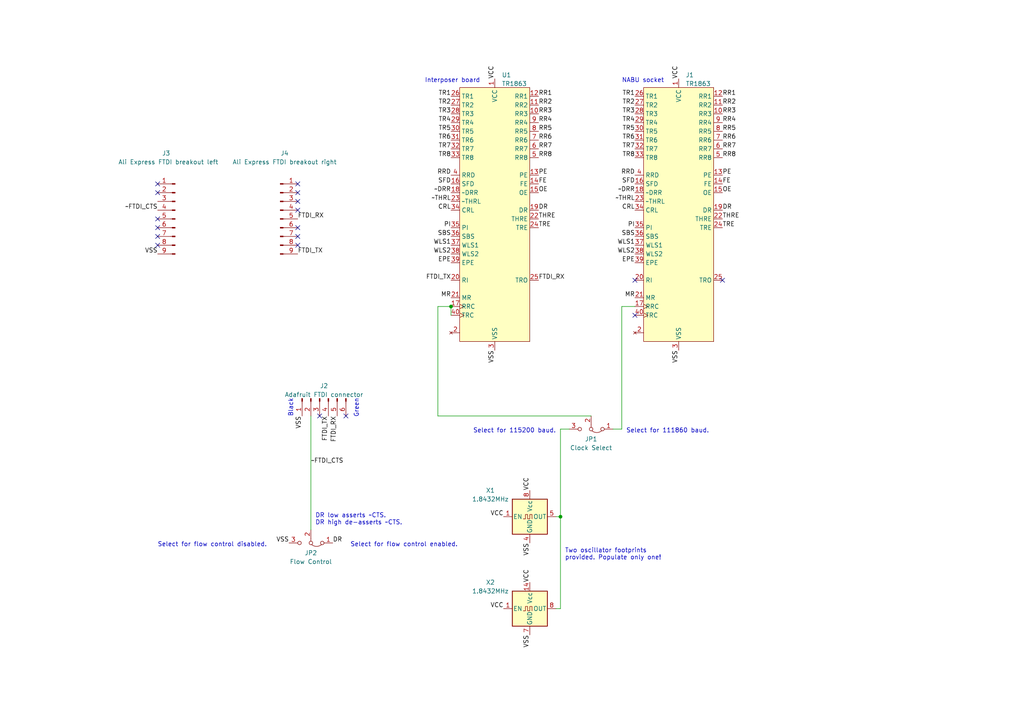
<source format=kicad_sch>
(kicad_sch (version 20211123) (generator eeschema)
  (paper "A4")
  (title_block (title "NABU FTDI Serial Adapter") (date "2023-02-12") (rev "1.0") (company "Jason R. Thorpe, based on work from MyGeekyHobby.com"))
  (lib_symbols
    (symbol "Connector:Conn_01x06_Male" (pin_names (offset 1.016) hide)
      (property "Reference" "J" (at 0 7.62 0))
      (property "Value" "Conn_01x06_Male" (at 0 -10.16 0))
      (symbol "Conn_01x06_Male_1_1"
        (polyline (pts (xy 1.27 -7.62) (xy 0.8636 -7.62)) (stroke (width 0.1524)))
        (polyline (pts (xy 1.27 -5.08) (xy 0.8636 -5.08)) (stroke (width 0.1524)))
        (polyline (pts (xy 1.27 -2.54) (xy 0.8636 -2.54)) (stroke (width 0.1524)))
        (polyline (pts (xy 1.27 0) (xy 0.8636 0)) (stroke (width 0.1524)))
        (polyline (pts (xy 1.27 2.54) (xy 0.8636 2.54)) (stroke (width 0.1524)))
        (polyline (pts (xy 1.27 5.08) (xy 0.8636 5.08)) (stroke (width 0.1524)))
        (rectangle (start 0.8636 -7.493) (end 0 -7.747) (stroke (width 0.1524)) (fill (type outline)))
        (rectangle (start 0.8636 -4.953) (end 0 -5.207) (stroke (width 0.1524)) (fill (type outline)))
        (rectangle (start 0.8636 -2.413) (end 0 -2.667) (stroke (width 0.1524)) (fill (type outline)))
        (rectangle (start 0.8636 0.127) (end 0 -0.127) (stroke (width 0.1524)) (fill (type outline)))
        (rectangle (start 0.8636 2.667) (end 0 2.413) (stroke (width 0.1524)) (fill (type outline)))
        (rectangle (start 0.8636 5.207) (end 0 4.953) (stroke (width 0.1524)) (fill (type outline)))
        (pin passive line (at 5.08 5.08 180) (length 3.81) (name "Pin_1") (number "1"))
        (pin passive line (at 5.08 2.54 180) (length 3.81) (name "Pin_2") (number "2"))
        (pin passive line (at 5.08 0 180) (length 3.81) (name "Pin_3") (number "3"))
        (pin passive line (at 5.08 -2.54 180) (length 3.81) (name "Pin_4") (number "4"))
        (pin passive line (at 5.08 -5.08 180) (length 3.81) (name "Pin_5") (number "5"))
        (pin passive line (at 5.08 -7.62 180) (length 3.81) (name "Pin_6") (number "6"))
      )
    )
    (symbol "Connector:Conn_01x09_Male" (pin_names (offset 1.016) hide)
      (property "Reference" "J" (at 0 12.7 0))
      (property "Value" "Conn_01x09_Male" (at 0 -12.7 0))
      (symbol "Conn_01x09_Male_1_1"
        (polyline (pts (xy 1.27 -10.16) (xy 0.8636 -10.16)) (stroke (width 0.1524)))
        (polyline (pts (xy 1.27 -7.62) (xy 0.8636 -7.62)) (stroke (width 0.1524)))
        (polyline (pts (xy 1.27 -5.08) (xy 0.8636 -5.08)) (stroke (width 0.1524)))
        (polyline (pts (xy 1.27 -2.54) (xy 0.8636 -2.54)) (stroke (width 0.1524)))
        (polyline (pts (xy 1.27 0) (xy 0.8636 0)) (stroke (width 0.1524)))
        (polyline (pts (xy 1.27 2.54) (xy 0.8636 2.54)) (stroke (width 0.1524)))
        (polyline (pts (xy 1.27 5.08) (xy 0.8636 5.08)) (stroke (width 0.1524)))
        (polyline (pts (xy 1.27 7.62) (xy 0.8636 7.62)) (stroke (width 0.1524)))
        (polyline (pts (xy 1.27 10.16) (xy 0.8636 10.16)) (stroke (width 0.1524)))
        (rectangle (start 0.8636 -10.033) (end 0 -10.287) (stroke (width 0.1524)) (fill (type outline)))
        (rectangle (start 0.8636 -7.493) (end 0 -7.747) (stroke (width 0.1524)) (fill (type outline)))
        (rectangle (start 0.8636 -4.953) (end 0 -5.207) (stroke (width 0.1524)) (fill (type outline)))
        (rectangle (start 0.8636 -2.413) (end 0 -2.667) (stroke (width 0.1524)) (fill (type outline)))
        (rectangle (start 0.8636 0.127) (end 0 -0.127) (stroke (width 0.1524)) (fill (type outline)))
        (rectangle (start 0.8636 2.667) (end 0 2.413) (stroke (width 0.1524)) (fill (type outline)))
        (rectangle (start 0.8636 5.207) (end 0 4.953) (stroke (width 0.1524)) (fill (type outline)))
        (rectangle (start 0.8636 7.747) (end 0 7.493) (stroke (width 0.1524)) (fill (type outline)))
        (rectangle (start 0.8636 10.287) (end 0 10.033) (stroke (width 0.1524)) (fill (type outline)))
        (pin passive line (at 5.08 10.16 180) (length 3.81) (name "Pin_1") (number "1"))
        (pin passive line (at 5.08 7.62 180) (length 3.81) (name "Pin_2") (number "2"))
        (pin passive line (at 5.08 5.08 180) (length 3.81) (name "Pin_3") (number "3"))
        (pin passive line (at 5.08 2.54 180) (length 3.81) (name "Pin_4") (number "4"))
        (pin passive line (at 5.08 0 180) (length 3.81) (name "Pin_5") (number "5"))
        (pin passive line (at 5.08 -2.54 180) (length 3.81) (name "Pin_6") (number "6"))
        (pin passive line (at 5.08 -5.08 180) (length 3.81) (name "Pin_7") (number "7"))
        (pin passive line (at 5.08 -7.62 180) (length 3.81) (name "Pin_8") (number "8"))
        (pin passive line (at 5.08 -10.16 180) (length 3.81) (name "Pin_9") (number "9"))
      )
    )
    (symbol "Jumper:Jumper_3_Bridged12" (pin_names (offset 0) hide)
      (property "Reference" "JP" (at -2.54 -2.54 0))
      (property "Value" "Jumper_3_Bridged12" (at 0 2.794 0))
      (symbol "Jumper_3_Bridged12_0_0"
        (circle (center -3.302 0) (radius 0.508))
        (circle (center 0 0) (radius 0.508))
        (circle (center 3.302 0) (radius 0.508))
      )
      (symbol "Jumper_3_Bridged12_0_1"
        (arc (start -0.254 0.508) (mid -1.651 0.9912) (end -3.048 0.508))
        (polyline (pts (xy 0 -1.27) (xy 0 -0.508)))
      )
      (symbol "Jumper_3_Bridged12_1_1"
        (pin passive line (at -6.35 0 0) (length 2.54) (name "A") (number "1"))
        (pin passive line (at 0 -3.81 90) (length 2.54) (name "C") (number "2"))
        (pin passive line (at 6.35 0 180) (length 2.54) (name "B") (number "3"))
      )
    )
    (symbol "Oscillator:CXO_DIP14" (pin_names (offset 0.254))
      (property "Reference" "X" (at -5.08 6.35 0))
      (property "Value" "CXO_DIP14" (at 1.27 -6.35 0))
      (symbol "CXO_DIP14_0_1"
        (rectangle (start -5.08 5.08) (end 5.08 -5.08) (stroke (width 0.254)) (fill (type background)))
        (polyline (pts (xy -1.905 -0.635) (xy -1.27 -0.635) (xy -1.27 0.635) (xy -0.635 0.635) (xy -0.635 -0.635) (xy 0 -0.635) (xy 0 0.635) (xy 0.635 0.635) (xy 0.635 -0.635)))
      )
      (symbol "CXO_DIP14_1_1"
        (pin input line (at -7.62 0 0) (length 2.54) (name "EN") (number "1"))
        (pin power_in line (at 0 7.62 270) (length 2.54) (name "Vcc") (number "14"))
        (pin power_in line (at 0 -7.62 90) (length 2.54) (name "GND") (number "7"))
        (pin output line (at 7.62 0 180) (length 2.54) (name "OUT") (number "8"))
      )
    )
    (symbol "Oscillator:CXO_DIP8" (pin_names (offset 0.254))
      (property "Reference" "X" (at -5.08 6.35 0))
      (property "Value" "CXO_DIP8" (at 1.27 -6.35 0))
      (symbol "CXO_DIP8_0_1"
        (rectangle (start -5.08 5.08) (end 5.08 -5.08) (stroke (width 0.254)) (fill (type background)))
        (polyline (pts (xy -1.905 -0.635) (xy -1.27 -0.635) (xy -1.27 0.635) (xy -0.635 0.635) (xy -0.635 -0.635) (xy 0 -0.635) (xy 0 0.635) (xy 0.635 0.635) (xy 0.635 -0.635)))
      )
      (symbol "CXO_DIP8_1_1"
        (pin input line (at -7.62 0 0) (length 2.54) (name "EN") (number "1"))
        (pin power_in line (at 0 -7.62 90) (length 2.54) (name "GND") (number "4"))
        (pin output line (at 7.62 0 180) (length 2.54) (name "OUT") (number "5"))
        (pin power_in line (at 0 7.62 270) (length 2.54) (name "Vcc") (number "8"))
      )
    )
    (symbol "jrt-ICs:TR1863"
      (property "Reference" "U" (at 5.08 45.72 0))
      (property "Value" "TR1863" (at 5.08 43.18 0))
      (symbol "TR1863_0_0"
        (pin power_in line (at 0 41.91 270) (length 2.54) (name "VCC") (number "1"))
        (pin output line (at 12.7 31.75 180) (length 2.54) (name "RR3") (number "10"))
        (pin output line (at 12.7 34.29 180) (length 2.54) (name "RR2") (number "11"))
        (pin output line (at 12.7 36.83 180) (length 2.54) (name "RR1") (number "12"))
        (pin output line (at 12.7 13.97 180) (length 2.54) (name "PE") (number "13"))
        (pin output line (at 12.7 11.43 180) (length 2.54) (name "FE") (number "14"))
        (pin output line (at 12.7 8.89 180) (length 2.54) (name "OE") (number "15"))
        (pin input line (at -12.7 11.43 0) (length 2.54) (name "SFD") (number "16"))
        (pin input clock (at -12.7 -24.13 0) (length 2.54) (name "RRC") (number "17"))
        (pin input line (at -12.7 8.89 0) (length 2.54) (name "~DRR") (number "18"))
        (pin output line (at 12.7 3.81 180) (length 2.54) (name "DR") (number "19"))
        (pin no_connect line (at -12.7 -31.75 0) (length 2.54) (name "") (number "2"))
        (pin input line (at -12.7 -16.51 0) (length 2.54) (name "RI") (number "20"))
        (pin input line (at -12.7 -21.59 0) (length 2.54) (name "MR") (number "21"))
        (pin output line (at 12.7 1.27 180) (length 2.54) (name "THRE") (number "22"))
        (pin input line (at -12.7 6.35 0) (length 2.54) (name "~THRL") (number "23"))
        (pin output line (at 12.7 -1.27 180) (length 2.54) (name "TRE") (number "24"))
        (pin output line (at 12.7 -16.51 180) (length 2.54) (name "TRO") (number "25"))
        (pin input line (at -12.7 36.83 0) (length 2.54) (name "TR1") (number "26"))
        (pin input line (at -12.7 34.29 0) (length 2.54) (name "TR2") (number "27"))
        (pin input line (at -12.7 31.75 0) (length 2.54) (name "TR3") (number "28"))
        (pin input line (at -12.7 29.21 0) (length 2.54) (name "TR4") (number "29"))
        (pin power_in line (at 0 -36.83 90) (length 2.54) (name "VSS") (number "3"))
        (pin input line (at -12.7 26.67 0) (length 2.54) (name "TR5") (number "30"))
        (pin input line (at -12.7 24.13 0) (length 2.54) (name "TR6") (number "31"))
        (pin input line (at -12.7 21.59 0) (length 2.54) (name "TR7") (number "32"))
        (pin input line (at -12.7 19.05 0) (length 2.54) (name "TR8") (number "33"))
        (pin input line (at -12.7 3.81 0) (length 2.54) (name "CRL") (number "34"))
        (pin input line (at -12.7 -1.27 0) (length 2.54) (name "PI") (number "35"))
        (pin input line (at -12.7 -3.81 0) (length 2.54) (name "SBS") (number "36"))
        (pin input line (at -12.7 -6.35 0) (length 2.54) (name "WLS1") (number "37"))
        (pin input line (at -12.7 -8.89 0) (length 2.54) (name "WLS2") (number "38"))
        (pin input line (at -12.7 -11.43 0) (length 2.54) (name "EPE") (number "39"))
        (pin input line (at -12.7 13.97 0) (length 2.54) (name "RRD") (number "4"))
        (pin input clock (at -12.7 -26.67 0) (length 2.54) (name "TRC") (number "40"))
        (pin output line (at 12.7 19.05 180) (length 2.54) (name "RR8") (number "5"))
        (pin output line (at 12.7 21.59 180) (length 2.54) (name "RR7") (number "6"))
        (pin output line (at 12.7 24.13 180) (length 2.54) (name "RR6") (number "7"))
        (pin output line (at 12.7 26.67 180) (length 2.54) (name "RR5") (number "8"))
        (pin output line (at 12.7 29.21 180) (length 2.54) (name "RR4") (number "9"))
      )
      (symbol "TR1863_0_1"
        (rectangle (start -10.16 39.37) (end 10.16 -34.29) (stroke (width 0.1524)) (fill (type background)))
      )
    )
  )
  (junction (at 162.56 149.86))
  (junction (at 130.81 88.9))
  (no_connect (at 92.71 120.65))
  (no_connect (at 86.36 68.58))
  (no_connect (at 86.36 71.12))
  (no_connect (at 45.72 55.88))
  (no_connect (at 45.72 71.12))
  (no_connect (at 184.15 91.44))
  (no_connect (at 86.36 58.42))
  (no_connect (at 45.72 68.58))
  (no_connect (at 86.36 66.04))
  (no_connect (at 45.72 66.04))
  (no_connect (at 184.15 81.28))
  (no_connect (at 86.36 55.88))
  (no_connect (at 45.72 63.5))
  (no_connect (at 45.72 53.34))
  (no_connect (at 209.55 81.28))
  (no_connect (at 86.36 53.34))
  (no_connect (at 86.36 60.96))
  (no_connect (at 100.33 120.65))
  (wire (pts (xy 180.34 88.9) (xy 180.34 124.46)))
  (wire (pts (xy 165.1 124.46) (xy 162.56 124.46)))
  (wire (pts (xy 127 88.9) (xy 130.81 88.9)))
  (wire (pts (xy 90.17 120.65) (xy 90.17 153.67)))
  (wire (pts (xy 162.56 176.53) (xy 161.29 176.53)))
  (wire (pts (xy 180.34 124.46) (xy 177.8 124.46)))
  (wire (pts (xy 162.56 149.86) (xy 161.29 149.86)))
  (wire (pts (xy 127 120.65) (xy 127 88.9)))
  (wire (pts (xy 162.56 124.46) (xy 162.56 149.86)))
  (wire (pts (xy 162.56 149.86) (xy 162.56 176.53)))
  (wire (pts (xy 184.15 88.9) (xy 180.34 88.9)))
  (wire (pts (xy 171.45 120.65) (xy 127 120.65)))
  (wire (pts (xy 130.81 88.9) (xy 130.81 91.44)))
  (text "Green" (at 104.14 115.57 270) (effects (font (size 1.27 1.27)) (justify right bottom)))
  (text "Select for flow control disabled." (at 77.47 158.75 180) (effects (font (size 1.27 1.27)) (justify right bottom)))
  (text "Select for flow control enabled." (at 101.6 158.75 0) (effects (font (size 1.27 1.27)) (justify left bottom)))
  (text "NABU socket" (at 180.34 24.13 0) (effects (font (size 1.27 1.27)) (justify left bottom)))
  (text "Interposer board" (at 123.19 24.13 0) (effects (font (size 1.27 1.27)) (justify left bottom)))
  (text "Two oscillator footprints\nprovided. Populate only one!" (at 163.83 162.56 0) (effects (font (size 1.27 1.27)) (justify left bottom)))
  (text "Select for 111860 baud." (at 181.61 125.73 0) (effects (font (size 1.27 1.27)) (justify left bottom)))
  (text "Black" (at 85.09 115.57 270) (effects (font (size 1.27 1.27)) (justify right bottom)))
  (text "DR low asserts ~CTS.\nDR high de-asserts ~CTS." (at 91.44 152.4 0) (effects (font (size 1.27 1.27)) (justify left bottom)))
  (text "Select for 115200 baud." (at 161.29 125.73 180) (effects (font (size 1.27 1.27)) (justify right bottom)))
  (label "TR7" (at 130.81 43.18 180))
  (label "~THRL" (at 184.15 58.42 180))
  (label "VSS" (at 153.67 184.15 270))
  (label "VSS" (at 143.51 101.6 270))
  (label "FE" (at 209.55 53.34 0))
  (label "SBS" (at 130.81 68.58 180))
  (label "TR5" (at 130.81 38.1 180))
  (label "~THRL" (at 130.81 58.42 180))
  (label "RR1" (at 209.55 27.94 0))
  (label "~DRR" (at 130.81 55.88 180))
  (label "~FTDI_CTS" (at 90.17 134.62 0))
  (label "RR5" (at 156.21 38.1 0))
  (label "SFD" (at 130.81 53.34 180))
  (label "PE" (at 156.21 50.8 0))
  (label "RR2" (at 209.55 30.48 0))
  (label "FTDI_TX" (at 86.36 73.66 0))
  (label "TRE" (at 156.21 66.04 0))
  (label "TR6" (at 130.81 40.64 180))
  (label "TR7" (at 184.15 43.18 180))
  (label "TR4" (at 184.15 35.56 180))
  (label "TR3" (at 130.81 33.02 180))
  (label "FTDI_RX" (at 86.36 63.5 0))
  (label "VCC" (at 153.67 168.91 90))
  (label "TR8" (at 184.15 45.72 180))
  (label "TR5" (at 184.15 38.1 180))
  (label "TR1" (at 184.15 27.94 180))
  (label "RR6" (at 209.55 40.64 0))
  (label "CRL" (at 184.15 60.96 180))
  (label "~DRR" (at 184.15 55.88 180))
  (label "EPE" (at 130.81 76.2 180))
  (label "FTDI_TX" (at 95.25 120.65 270))
  (label "PI" (at 130.81 66.04 180))
  (label "WLS1" (at 130.81 71.12 180))
  (label "VCC" (at 143.51 22.86 90))
  (label "TR2" (at 130.81 30.48 180))
  (label "RR3" (at 209.55 33.02 0))
  (label "VCC" (at 146.05 176.53 180))
  (label "SBS" (at 184.15 68.58 180))
  (label "TR6" (at 184.15 40.64 180))
  (label "PE" (at 209.55 50.8 0))
  (label "TR2" (at 184.15 30.48 180))
  (label "WLS2" (at 184.15 73.66 180))
  (label "TR3" (at 184.15 33.02 180))
  (label "RR7" (at 209.55 43.18 0))
  (label "VCC" (at 146.05 149.86 180))
  (label "OE" (at 209.55 55.88 0))
  (label "TRE" (at 209.55 66.04 0))
  (label "RR6" (at 156.21 40.64 0))
  (label "TR8" (at 130.81 45.72 180))
  (label "RR4" (at 156.21 35.56 0))
  (label "MR" (at 184.15 86.36 180))
  (label "OE" (at 156.21 55.88 0))
  (label "CRL" (at 130.81 60.96 180))
  (label "VSS" (at 153.67 157.48 270))
  (label "RR7" (at 156.21 43.18 0))
  (label "RR4" (at 209.55 35.56 0))
  (label "VCC" (at 196.85 22.86 90))
  (label "DR" (at 96.52 157.48 0))
  (label "DR" (at 209.55 60.96 0))
  (label "TR1" (at 130.81 27.94 180))
  (label "DR" (at 156.21 60.96 0))
  (label "VSS" (at 83.82 157.48 180))
  (label "~FTDI_CTS" (at 45.72 60.96 180))
  (label "RRD" (at 184.15 50.8 180))
  (label "TR4" (at 130.81 35.56 180))
  (label "THRE" (at 156.21 63.5 0))
  (label "RR8" (at 209.55 45.72 0))
  (label "THRE" (at 209.55 63.5 0))
  (label "VSS" (at 87.63 120.65 270))
  (label "RR3" (at 156.21 33.02 0))
  (label "RRD" (at 130.81 50.8 180))
  (label "FTDI_RX" (at 97.79 120.65 270))
  (label "WLS1" (at 184.15 71.12 180))
  (label "RR2" (at 156.21 30.48 0))
  (label "FE" (at 156.21 53.34 0))
  (label "PI" (at 184.15 66.04 180))
  (label "VCC" (at 153.67 142.24 90))
  (label "EPE" (at 184.15 76.2 180))
  (label "VSS" (at 45.72 73.66 180))
  (label "MR" (at 130.81 86.36 180))
  (label "FTDI_TX" (at 130.81 81.28 180))
  (label "VSS" (at 196.85 101.6 270))
  (label "RR1" (at 156.21 27.94 0))
  (label "SFD" (at 184.15 53.34 180))
  (label "RR8" (at 156.21 45.72 0))
  (label "WLS2" (at 130.81 73.66 180))
  (label "FTDI_RX" (at 156.21 81.28 0))
  (label "RR5" (at 209.55 38.1 0))
  (symbol (lib_id "Connector:Conn_01x09_Male") (at 50.8 63.5 0) (mirror y) (unit 1)
    (property "Reference" "J3" (at 46.99 44.45 0) (effects (justify right)))
    (property "Value" "Ali Express FTDI breakout left" (at 34.29 46.99 0) (effects (justify right)))
    (property "Footprint" "Connector_PinHeader_2.54mm:PinHeader_1x09_P2.54mm_Vertical" (effects hide))
  )
  (symbol (lib_id "Jumper:Jumper_3_Bridged12") (at 171.45 124.46 180) (unit 1)
    (property "Reference" "JP1" (at 171.45 127.3546 0))
    (property "Value" "Clock Select" (at 171.45 129.8915 0))
    (property "Footprint" "Connector_PinHeader_2.54mm:PinHeader_1x03_P2.54mm_Vertical" (effects hide))
  )
  (symbol (lib_id "Connector:Conn_01x06_Male") (at 92.71 115.57 90) (mirror x) (unit 1)
    (property "Reference" "J2" (at 93.98 111.921 90))
    (property "Value" "Adafruit FTDI connector" (at 93.98 114.4579 90))
    (property "Footprint" "Connector_PinHeader_2.54mm:PinHeader_1x06_P2.54mm_Horizontal" (effects hide))
  )
  (symbol (lib_id "Oscillator:CXO_DIP8") (at 153.67 149.86 0) (unit 1)
    (property "Reference" "X1" (at 142.24 142.24 0))
    (property "Value" "1.8432MHz" (at 142.24 144.78 0))
    (property "Footprint" "Oscillator:Oscillator_DIP-8" (effects hide))
    (property "Datasheet" "http://cdn-reichelt.de/documents/datenblatt/B400/OSZI.pdf" (effects hide))
  )
  (symbol (lib_id "Jumper:Jumper_3_Bridged12") (at 90.17 157.48 180) (unit 1)
    (property "Reference" "JP2" (at 90.17 160.3746 0))
    (property "Value" "Flow Control" (at 90.17 162.9115 0))
    (property "Footprint" "Connector_PinHeader_2.54mm:PinHeader_1x03_P2.54mm_Vertical" (effects hide))
  )
  (symbol (lib_id "Oscillator:CXO_DIP14") (at 153.67 176.53 0) (unit 1)
    (property "Reference" "X2" (at 142.24 168.91 0))
    (property "Value" "1.8432MHz" (at 142.24 171.45 0))
    (property "Footprint" "Oscillator:Oscillator_DIP-14" (effects hide))
    (property "Datasheet" "http://cdn-reichelt.de/documents/datenblatt/B400/OSZI.pdf" (effects hide))
  )
  (symbol (lib_id "jrt-ICs:TR1863") (at 196.85 64.77 0) (unit 1)
    (property "Reference" "J1" (at 198.8694 21.751 0) (effects (justify left)))
    (property "Value" "TR1863" (at 198.8694 24.2879 0) (effects (justify left)))
    (property "Footprint" "Package_DIP:DIP-40_W15.24mm" (effects hide))
  )
  (symbol (lib_id "Connector:Conn_01x09_Male") (at 81.28 63.5 0) (unit 1)
    (property "Reference" "J4" (at 82.55 44.45 0))
    (property "Value" "Ali Express FTDI breakout right" (at 82.55 46.99 0))
    (property "Footprint" "Connector_PinHeader_2.54mm:PinHeader_1x09_P2.54mm_Vertical" (effects hide))
  )
  (symbol (lib_id "jrt-ICs:TR1863") (at 143.51 64.77 0) (unit 1)
    (property "Reference" "U1" (at 145.5294 21.751 0) (effects (justify left)))
    (property "Value" "TR1863" (at 145.5294 24.2879 0) (effects (justify left)))
    (property "Footprint" "Package_DIP:DIP-40_W15.24mm_Socket" (effects hide))
  )
)
</source>
